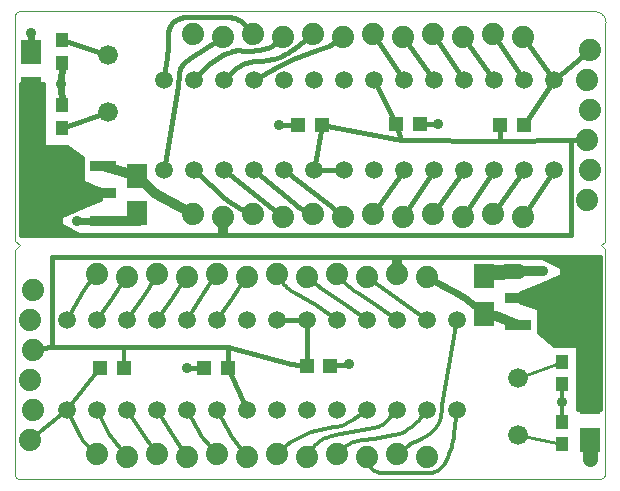
<source format=gtl>
G75*
G70*
%OFA0B0*%
%FSLAX24Y24*%
%IPPOS*%
%LPD*%
%AMOC8*
5,1,8,0,0,1.08239X$1,22.5*
%
%ADD10C,0.0000*%
%ADD11C,0.0591*%
%ADD12C,0.0660*%
%ADD13R,0.0906X0.0374*%
%ADD14R,0.0906X0.1280*%
%ADD15C,0.0740*%
%ADD16R,0.0394X0.0512*%
%ADD17R,0.0472X0.0472*%
%ADD18R,0.0709X0.0787*%
%ADD19C,0.0100*%
%ADD20C,0.0356*%
%ADD21C,0.0120*%
%ADD22C,0.0160*%
%ADD23C,0.0320*%
%ADD24C,0.0500*%
%ADD25C,0.0240*%
D10*
X002429Y003185D02*
X021676Y003185D01*
X021677Y003184D02*
X021706Y003181D01*
X021735Y003182D01*
X021764Y003186D01*
X021792Y003193D01*
X021820Y003204D01*
X021845Y003218D01*
X021869Y003235D01*
X021891Y003255D01*
X021910Y003278D01*
X021926Y003302D01*
X021939Y003328D01*
X021949Y003356D01*
X021956Y003385D01*
X021955Y003385D02*
X021953Y003385D01*
X021953Y010862D01*
X021795Y010980D01*
X021953Y011098D01*
X021955Y018380D01*
X021955Y018381D02*
X021957Y018416D01*
X021956Y018451D01*
X021951Y018486D01*
X021943Y018521D01*
X021931Y018554D01*
X021916Y018586D01*
X021899Y018617D01*
X021878Y018645D01*
X021854Y018672D01*
X021829Y018696D01*
X021800Y018717D01*
X021770Y018736D01*
X021739Y018751D01*
X021705Y018763D01*
X021671Y018772D01*
X021636Y018778D01*
X021637Y018777D02*
X002418Y018777D01*
X002397Y018776D01*
X002376Y018771D01*
X002356Y018764D01*
X002338Y018753D01*
X002321Y018740D01*
X002307Y018724D01*
X002295Y018707D01*
X002286Y018687D01*
X002280Y018667D01*
X002277Y018646D01*
X002268Y018568D01*
X002268Y011138D01*
X002425Y010980D01*
X002268Y010823D01*
X002268Y010626D01*
X002268Y003394D01*
X002266Y003370D01*
X002267Y003345D01*
X002272Y003321D01*
X002279Y003298D01*
X002290Y003276D01*
X002304Y003255D01*
X002320Y003237D01*
X002338Y003221D01*
X002359Y003207D01*
X002381Y003197D01*
X002404Y003189D01*
X002428Y003185D01*
D11*
X003995Y005485D03*
X004995Y005485D03*
X005995Y005485D03*
X006995Y005485D03*
X007995Y005485D03*
X008995Y005485D03*
X009995Y005485D03*
X010995Y005485D03*
X011995Y005485D03*
X012995Y005485D03*
X013995Y005485D03*
X014995Y005485D03*
X015995Y005485D03*
X016995Y005485D03*
X016995Y008485D03*
X015995Y008485D03*
X014995Y008485D03*
X013995Y008485D03*
X012995Y008485D03*
X011995Y008485D03*
X010995Y008485D03*
X009995Y008485D03*
X008995Y008485D03*
X007995Y008485D03*
X006995Y008485D03*
X005995Y008485D03*
X004995Y008485D03*
X003995Y008485D03*
X007224Y013496D03*
X008224Y013496D03*
X009224Y013496D03*
X010224Y013496D03*
X011224Y013496D03*
X012224Y013496D03*
X013224Y013496D03*
X014224Y013496D03*
X015224Y013496D03*
X016224Y013496D03*
X017224Y013496D03*
X018224Y013496D03*
X019224Y013496D03*
X020224Y013496D03*
X020224Y016496D03*
X019224Y016496D03*
X018224Y016496D03*
X017224Y016496D03*
X016224Y016496D03*
X015224Y016496D03*
X014224Y016496D03*
X013224Y016496D03*
X012224Y016496D03*
X011224Y016496D03*
X010224Y016496D03*
X009224Y016496D03*
X008224Y016496D03*
X007224Y016496D03*
D12*
X005378Y017334D03*
X005378Y015413D03*
X019053Y006567D03*
X019053Y004646D03*
D13*
X019050Y008321D03*
X019050Y009227D03*
X019050Y010132D03*
X005220Y011807D03*
X005220Y012712D03*
X005220Y013618D03*
D14*
X002898Y012712D03*
X021372Y009227D03*
D15*
X019197Y011914D03*
X018197Y012014D03*
X017197Y011914D03*
X016197Y012014D03*
X015197Y011914D03*
X014197Y012014D03*
X013197Y011914D03*
X012197Y012014D03*
X011197Y011914D03*
X010197Y012014D03*
X009197Y011914D03*
X008197Y012014D03*
X007995Y009935D03*
X006995Y010035D03*
X005995Y009935D03*
X004995Y010035D03*
X002881Y009485D03*
X002781Y008485D03*
X002881Y007485D03*
X002781Y006485D03*
X002881Y005485D03*
X002781Y004485D03*
X004995Y004035D03*
X005995Y003935D03*
X006995Y004035D03*
X007995Y003935D03*
X008995Y004035D03*
X009995Y003935D03*
X010995Y004035D03*
X011995Y003935D03*
X012995Y004035D03*
X013995Y003935D03*
X014995Y004035D03*
X015995Y003935D03*
X015995Y009935D03*
X014995Y010035D03*
X013995Y009935D03*
X012995Y010035D03*
X011995Y009935D03*
X010995Y010035D03*
X009995Y009935D03*
X008995Y010035D03*
X009197Y017938D03*
X010197Y018038D03*
X011197Y017938D03*
X012197Y018038D03*
X013197Y017938D03*
X014197Y018038D03*
X015197Y017938D03*
X016197Y018038D03*
X017197Y017938D03*
X018197Y018038D03*
X019197Y017938D03*
X021452Y017476D03*
X021352Y016476D03*
X021452Y015476D03*
X021352Y014476D03*
X021452Y013476D03*
X021352Y012476D03*
X008197Y018038D03*
D16*
X003843Y017811D03*
X003843Y017063D03*
X003843Y015646D03*
X003843Y014897D03*
X020500Y007102D03*
X020500Y006354D03*
X020500Y005094D03*
X020500Y004346D03*
D17*
X012783Y006943D03*
X011996Y006943D03*
X009358Y006889D03*
X008571Y006889D03*
X005894Y006886D03*
X005106Y006886D03*
X011717Y014996D03*
X012504Y014996D03*
X014984Y015035D03*
X015772Y015035D03*
X018449Y014996D03*
X019236Y014996D03*
D18*
X017902Y009958D03*
X017902Y008698D03*
X021446Y005756D03*
X021446Y004496D03*
X006341Y012043D03*
X006341Y013303D03*
X002819Y016177D03*
X002819Y017437D03*
D19*
X019053Y006567D02*
X020500Y007102D01*
X020500Y004346D02*
X019053Y004646D01*
D20*
X020500Y005744D03*
X021439Y003857D03*
X019870Y010114D03*
X016362Y015035D03*
X011087Y014996D03*
X004354Y011807D03*
X003803Y016374D03*
X002819Y018067D03*
X013395Y007022D03*
X008020Y006889D03*
D21*
X004395Y009185D02*
X004529Y009408D01*
X004674Y009625D01*
X004830Y009834D01*
X004995Y010035D01*
X005495Y009185D02*
X004995Y008485D01*
X004395Y009185D02*
X003995Y008485D01*
X005106Y006886D02*
X003995Y005485D01*
X004472Y004602D01*
X005395Y004685D02*
X004995Y005485D01*
X004472Y004603D02*
X004511Y004535D01*
X004553Y004470D01*
X004598Y004406D01*
X004647Y004345D01*
X004698Y004286D01*
X004752Y004230D01*
X004809Y004177D01*
X004869Y004127D01*
X004931Y004080D01*
X004995Y004036D01*
X005395Y004685D02*
X005995Y003935D01*
X006595Y004585D02*
X006995Y004035D01*
X006595Y004585D02*
X005995Y005485D01*
X006995Y005485D02*
X007495Y004685D01*
X007995Y003935D01*
X008495Y004585D02*
X008995Y004035D01*
X008495Y004585D02*
X007995Y005485D01*
X008995Y005485D02*
X009495Y004585D01*
X009995Y003935D01*
X012898Y004918D02*
X012965Y004926D01*
X013032Y004938D01*
X013099Y004954D01*
X013164Y004973D01*
X013228Y004995D01*
X013291Y005020D01*
X013353Y005049D01*
X013413Y005081D01*
X013471Y005116D01*
X013528Y005154D01*
X013528Y005153D02*
X013995Y005485D01*
X014236Y004879D02*
X014290Y004891D01*
X014344Y004908D01*
X014396Y004927D01*
X014446Y004951D01*
X014495Y004977D01*
X014542Y005007D01*
X014587Y005039D01*
X014630Y005075D01*
X014671Y005113D01*
X014708Y005154D01*
X014709Y005153D02*
X014995Y005485D01*
X015890Y004562D02*
X015944Y004589D01*
X015997Y004619D01*
X016048Y004651D01*
X016097Y004687D01*
X016144Y004725D01*
X016188Y004766D01*
X016231Y004810D01*
X016270Y004855D01*
X016307Y004904D01*
X016341Y004954D01*
X016371Y005006D01*
X016399Y005060D01*
X016424Y005115D01*
X016445Y005172D01*
X016463Y005230D01*
X016477Y005288D01*
X016489Y005348D01*
X016496Y005408D01*
X016500Y005468D01*
X016995Y005485D02*
X016913Y004681D01*
X016599Y003697D02*
X016574Y003657D01*
X016546Y003619D01*
X016516Y003583D01*
X016483Y003549D01*
X016447Y003519D01*
X016409Y003490D01*
X016370Y003465D01*
X016328Y003443D01*
X016285Y003424D01*
X016241Y003408D01*
X016195Y003396D01*
X016149Y003387D01*
X016102Y003382D01*
X016055Y003380D01*
X016008Y003382D01*
X014551Y003382D01*
X013881Y004485D02*
X013814Y004477D01*
X013747Y004466D01*
X013681Y004451D01*
X013615Y004433D01*
X013551Y004412D01*
X013487Y004388D01*
X013425Y004360D01*
X013365Y004329D01*
X013306Y004296D01*
X013249Y004259D01*
X013194Y004220D01*
X013140Y004177D01*
X013089Y004133D01*
X013041Y004085D01*
X012995Y004035D01*
X012937Y004642D02*
X012870Y004629D01*
X012804Y004613D01*
X012739Y004593D01*
X012675Y004569D01*
X012613Y004543D01*
X012552Y004513D01*
X012492Y004480D01*
X012435Y004443D01*
X012379Y004404D01*
X012326Y004362D01*
X012275Y004317D01*
X012227Y004269D01*
X012181Y004219D01*
X012138Y004166D01*
X012098Y004111D01*
X012060Y004054D01*
X012026Y003995D01*
X011995Y003935D01*
X013995Y003935D02*
X013997Y003889D01*
X014003Y003844D01*
X014013Y003799D01*
X014026Y003755D01*
X014043Y003713D01*
X014063Y003672D01*
X014086Y003632D01*
X014113Y003595D01*
X014143Y003560D01*
X014175Y003528D01*
X014210Y003499D01*
X014248Y003472D01*
X014287Y003449D01*
X014328Y003429D01*
X014371Y003412D01*
X014415Y003399D01*
X014460Y003390D01*
X014505Y003384D01*
X014551Y003382D01*
X016598Y003696D02*
X016653Y003798D01*
X016703Y003902D01*
X016748Y004009D01*
X016789Y004117D01*
X016824Y004227D01*
X016854Y004339D01*
X016879Y004452D01*
X016899Y004566D01*
X016913Y004681D01*
X015995Y005485D02*
X015772Y005193D01*
X016559Y006020D02*
X016995Y008485D01*
X015995Y008485D02*
X015295Y008985D01*
X014995Y008485D02*
X014295Y008985D01*
X013695Y009385D01*
X013295Y008985D02*
X012695Y009385D01*
X012295Y008985D02*
X011595Y009385D01*
X012295Y008985D02*
X012995Y008485D01*
X013295Y008985D02*
X013995Y008485D01*
X015771Y005193D02*
X015724Y005135D01*
X015675Y005079D01*
X015622Y005025D01*
X015567Y004975D01*
X015509Y004927D01*
X015449Y004882D01*
X015387Y004841D01*
X015323Y004802D01*
X015257Y004767D01*
X015189Y004735D01*
X015120Y004706D01*
X015050Y004681D01*
X014978Y004660D01*
X014905Y004642D01*
X012898Y004917D02*
X012747Y004898D01*
X012596Y004872D01*
X012447Y004838D01*
X012300Y004798D01*
X012155Y004751D01*
X012012Y004696D01*
X011873Y004636D01*
X011736Y004568D01*
X011602Y004494D01*
X011472Y004414D01*
X011347Y004328D01*
X011225Y004236D01*
X011108Y004138D01*
X010996Y004034D01*
X008995Y008485D02*
X009495Y009185D01*
X008495Y009285D02*
X007995Y008485D01*
X007495Y009185D02*
X006995Y008485D01*
X006495Y009185D02*
X005995Y008485D01*
X005894Y007585D02*
X005894Y006886D01*
X003995Y005485D02*
X002781Y004485D01*
X006495Y009185D02*
X006634Y009389D01*
X006764Y009599D01*
X006884Y009815D01*
X006995Y010035D01*
X010995Y010035D02*
X011029Y009968D01*
X011066Y009903D01*
X011106Y009840D01*
X011149Y009779D01*
X011196Y009720D01*
X011245Y009664D01*
X011297Y009610D01*
X011352Y009559D01*
X011409Y009511D01*
X011469Y009466D01*
X011531Y009424D01*
X011595Y009385D01*
X012995Y010035D02*
X013082Y009929D01*
X013173Y009827D01*
X013269Y009729D01*
X013370Y009636D01*
X013474Y009548D01*
X013583Y009464D01*
X013695Y009385D01*
X014906Y004642D02*
X014567Y004575D01*
X014226Y004523D01*
X013882Y004485D01*
X014995Y004035D02*
X015164Y004156D01*
X015339Y004270D01*
X015518Y004376D01*
X015702Y004473D01*
X015890Y004563D01*
X020500Y005094D02*
X020500Y005744D01*
X020500Y006354D01*
X016559Y006020D02*
X016531Y005837D01*
X016511Y005653D01*
X016500Y005468D01*
X008995Y010035D02*
X008740Y009664D01*
X008495Y009285D01*
X011995Y009935D02*
X012162Y009787D01*
X012334Y009646D01*
X012512Y009512D01*
X012695Y009385D01*
X009995Y009935D02*
X009751Y009556D01*
X009495Y009185D01*
X007995Y009935D02*
X007751Y009556D01*
X007495Y009185D01*
X005995Y009935D02*
X005751Y009556D01*
X005495Y009185D01*
X012937Y004642D02*
X014236Y004878D01*
X015296Y008986D02*
X013996Y009936D01*
D22*
X013370Y010585D02*
X015095Y010585D01*
X020653Y010585D01*
X020500Y010271D02*
X019850Y010585D01*
X021773Y010585D01*
X021773Y005519D01*
X021053Y005519D01*
X021053Y007664D01*
X020253Y007664D01*
X019755Y008089D01*
X019755Y008889D01*
X019153Y009085D01*
X019153Y009385D01*
X019653Y009585D01*
X020500Y009957D01*
X020500Y010271D01*
X020500Y010161D02*
X021773Y010161D01*
X021773Y010319D02*
X020401Y010319D01*
X020500Y010002D02*
X021773Y010002D01*
X021773Y009844D02*
X020243Y009844D01*
X019881Y009685D02*
X021773Y009685D01*
X021773Y009527D02*
X019507Y009527D01*
X019153Y009368D02*
X021773Y009368D01*
X021773Y009210D02*
X019153Y009210D01*
X019257Y009051D02*
X021773Y009051D01*
X021773Y008892D02*
X019744Y008892D01*
X019755Y008734D02*
X021773Y008734D01*
X021773Y008575D02*
X019755Y008575D01*
X019755Y008417D02*
X021773Y008417D01*
X021773Y008258D02*
X019755Y008258D01*
X019755Y008100D02*
X021773Y008100D01*
X021773Y007941D02*
X019928Y007941D01*
X020113Y007783D02*
X021773Y007783D01*
X021773Y007624D02*
X021053Y007624D01*
X021053Y007466D02*
X021773Y007466D01*
X021773Y007307D02*
X021053Y007307D01*
X021053Y007148D02*
X021773Y007148D01*
X021773Y006990D02*
X021053Y006990D01*
X021053Y006831D02*
X021773Y006831D01*
X021773Y006673D02*
X021053Y006673D01*
X021053Y006514D02*
X021773Y006514D01*
X021773Y006356D02*
X021053Y006356D01*
X021053Y006197D02*
X021773Y006197D01*
X021773Y006039D02*
X021053Y006039D01*
X021053Y005880D02*
X021773Y005880D01*
X021773Y005722D02*
X021053Y005722D01*
X021053Y005563D02*
X021773Y005563D01*
X021773Y010478D02*
X020072Y010478D01*
X020811Y011334D02*
X013370Y011334D01*
X009157Y011334D01*
X009197Y011531D01*
X009157Y011334D02*
X002898Y011334D01*
X002898Y012712D01*
X002468Y012697D02*
X005107Y012697D01*
X005107Y012836D02*
X005107Y012536D01*
X004607Y012336D01*
X003760Y011964D01*
X003760Y011649D01*
X004410Y011336D01*
X002468Y011336D01*
X002468Y016363D01*
X003207Y016363D01*
X003207Y014257D01*
X004007Y014257D01*
X004509Y013887D01*
X004505Y013091D01*
X005107Y012836D01*
X005060Y012856D02*
X002468Y012856D01*
X002468Y013015D02*
X004686Y013015D01*
X004505Y013173D02*
X002468Y013173D01*
X002468Y013332D02*
X004506Y013332D01*
X004507Y013490D02*
X002468Y013490D01*
X002468Y013649D02*
X004508Y013649D01*
X004508Y013807D02*
X002468Y013807D01*
X002468Y013966D02*
X004402Y013966D01*
X004187Y014124D02*
X002468Y014124D01*
X002468Y014283D02*
X003207Y014283D01*
X003207Y014441D02*
X002468Y014441D01*
X002468Y014600D02*
X003207Y014600D01*
X003207Y014759D02*
X002468Y014759D01*
X002468Y014917D02*
X003207Y014917D01*
X003207Y015076D02*
X002468Y015076D01*
X002468Y015234D02*
X003207Y015234D01*
X003207Y015393D02*
X002468Y015393D01*
X002468Y015551D02*
X003207Y015551D01*
X003207Y015710D02*
X002468Y015710D01*
X002468Y015868D02*
X003207Y015868D01*
X003207Y016027D02*
X002468Y016027D01*
X002468Y016185D02*
X003207Y016185D01*
X003207Y016344D02*
X002468Y016344D01*
X003843Y014897D02*
X005378Y015413D01*
X007701Y016295D02*
X007720Y016425D01*
X007734Y016557D01*
X007741Y016689D01*
X007701Y016295D02*
X007224Y013496D01*
X008224Y013496D02*
X008961Y012831D01*
X009224Y013496D02*
X011197Y011914D01*
X011598Y012358D02*
X010224Y013496D01*
X007937Y017083D02*
X008077Y017189D01*
X008220Y017290D01*
X008368Y017385D01*
X009197Y017938D01*
X009367Y018584D02*
X009418Y018585D01*
X009468Y018581D01*
X009518Y018574D01*
X009567Y018563D01*
X009616Y018548D01*
X009662Y018529D01*
X009708Y018507D01*
X009751Y018481D01*
X009792Y018452D01*
X009831Y018420D01*
X009867Y018384D01*
X009868Y018385D02*
X010197Y018038D01*
X010299Y017477D02*
X010368Y017484D01*
X010436Y017494D01*
X010504Y017509D01*
X010571Y017527D01*
X010636Y017548D01*
X010701Y017573D01*
X010764Y017601D01*
X010825Y017633D01*
X010885Y017668D01*
X010943Y017706D01*
X010998Y017747D01*
X011052Y017791D01*
X011103Y017837D01*
X011151Y017887D01*
X011197Y017938D01*
X011008Y016925D02*
X010224Y016496D01*
X010339Y017122D02*
X010272Y017120D01*
X010205Y017114D01*
X010139Y017104D01*
X010074Y017091D01*
X010009Y017073D01*
X009946Y017052D01*
X009884Y017027D01*
X009823Y016999D01*
X009764Y016967D01*
X009708Y016932D01*
X009653Y016893D01*
X009601Y016852D01*
X009551Y016807D01*
X009224Y016496D01*
X009472Y017437D02*
X009516Y017452D01*
X009562Y017463D01*
X009608Y017472D01*
X009654Y017476D01*
X009701Y017478D01*
X009748Y017476D01*
X009368Y018585D02*
X007968Y018585D01*
X007921Y018583D01*
X007874Y018578D01*
X007828Y018568D01*
X007783Y018556D01*
X007738Y018539D01*
X007696Y018520D01*
X007655Y018497D01*
X007615Y018470D01*
X007578Y018441D01*
X007544Y018409D01*
X007512Y018375D01*
X007483Y018338D01*
X007456Y018298D01*
X007433Y018257D01*
X007414Y018215D01*
X007397Y018170D01*
X007385Y018125D01*
X007375Y018079D01*
X007370Y018032D01*
X007368Y017985D01*
X008567Y016846D02*
X008224Y016496D01*
X007740Y016689D02*
X007743Y016730D01*
X007749Y016771D01*
X007759Y016811D01*
X007771Y016851D01*
X007787Y016889D01*
X007805Y016926D01*
X007826Y016961D01*
X007850Y016995D01*
X007877Y017027D01*
X007906Y017056D01*
X007937Y017083D01*
X008566Y016847D02*
X008653Y016931D01*
X008744Y017011D01*
X008838Y017087D01*
X008936Y017158D01*
X009038Y017224D01*
X009142Y017285D01*
X009250Y017341D01*
X009360Y017392D01*
X009472Y017437D01*
X010339Y017122D02*
X010436Y017124D01*
X010533Y017131D01*
X010629Y017142D01*
X010724Y017158D01*
X010819Y017178D01*
X010913Y017203D01*
X011005Y017232D01*
X011096Y017266D01*
X011185Y017304D01*
X011273Y017346D01*
X011358Y017392D01*
X011441Y017443D01*
X011521Y017497D01*
X011599Y017555D01*
X012346Y017476D02*
X012449Y017509D01*
X012551Y017546D01*
X012651Y017589D01*
X012749Y017636D01*
X012844Y017687D01*
X012936Y017744D01*
X013026Y017804D01*
X013113Y017869D01*
X013196Y017938D01*
X014197Y018038D02*
X015224Y016496D01*
X014224Y016496D02*
X014984Y015035D01*
X015142Y014484D01*
X012504Y014996D01*
X012224Y013496D01*
X013224Y013496D01*
X012197Y012014D02*
X012105Y012050D01*
X012014Y012091D01*
X011926Y012136D01*
X011840Y012186D01*
X011757Y012239D01*
X011676Y012297D01*
X011598Y012358D01*
X012661Y012397D02*
X011224Y013496D01*
X011087Y014996D02*
X011717Y014996D01*
X010197Y012014D02*
X010045Y012079D01*
X009895Y012151D01*
X009749Y012229D01*
X009607Y012314D01*
X009469Y012406D01*
X009335Y012503D01*
X009205Y012606D01*
X009080Y012716D01*
X008961Y012830D01*
X005107Y012539D02*
X002468Y012539D01*
X002468Y012380D02*
X004718Y012380D01*
X004347Y012222D02*
X002468Y012222D01*
X002468Y012063D02*
X003985Y012063D01*
X003760Y011905D02*
X002468Y011905D01*
X002468Y011746D02*
X003760Y011746D01*
X003888Y011588D02*
X002468Y011588D01*
X002468Y011429D02*
X004217Y011429D01*
X003495Y010585D02*
X013370Y010585D01*
X011008Y016925D02*
X011265Y017059D01*
X011528Y017181D01*
X011796Y017291D01*
X012069Y017390D01*
X012346Y017476D01*
X015197Y017938D02*
X016224Y016496D01*
X017224Y016496D02*
X016197Y018038D01*
X017197Y017938D02*
X018224Y016496D01*
X019224Y016496D02*
X018197Y018038D01*
X019197Y017938D02*
X020224Y016496D01*
X019236Y014996D01*
X018449Y014996D02*
X018450Y014463D01*
X015142Y014484D01*
X015772Y015035D02*
X016362Y015035D01*
X016224Y013496D02*
X015197Y011914D01*
X016197Y012014D02*
X017224Y013496D01*
X018224Y013496D02*
X017197Y011914D01*
X018197Y012014D02*
X019224Y013496D01*
X020224Y013496D02*
X019197Y011914D01*
X020811Y011334D02*
X020811Y014476D01*
X018450Y014463D01*
X020811Y014476D02*
X021352Y014476D01*
X020224Y016496D02*
X021452Y017476D01*
X015224Y013496D02*
X014197Y012014D01*
X015095Y010585D02*
X015074Y010579D01*
X015054Y010569D01*
X015036Y010557D01*
X015020Y010542D01*
X015006Y010524D01*
X014995Y010505D01*
X011995Y008485D02*
X011996Y006943D01*
X011484Y007022D01*
X009358Y007594D01*
X009358Y006889D01*
X009995Y005485D01*
X008571Y006889D02*
X008020Y006889D01*
X007875Y007585D02*
X009358Y007594D01*
X007875Y007585D02*
X005894Y007585D01*
X003495Y007585D01*
X003449Y007594D01*
X002881Y007485D01*
X003495Y007585D02*
X003495Y010585D01*
X002898Y011334D02*
X002740Y011334D01*
X005378Y017334D02*
X003843Y017811D01*
X007368Y017985D02*
X007359Y017611D01*
X007332Y017237D01*
X007287Y016865D01*
X007225Y016496D01*
X009748Y017476D02*
X009886Y017469D01*
X010024Y017466D01*
X010162Y017469D01*
X010300Y017476D01*
X012661Y012398D02*
X012802Y012285D01*
X012939Y012167D01*
X013070Y012043D01*
X013197Y011914D01*
X011995Y008485D02*
X010995Y008485D01*
X012783Y006943D02*
X013395Y007022D01*
X011599Y017554D02*
X012197Y018037D01*
D23*
X006968Y012685D02*
X006341Y013303D01*
X005220Y013618D01*
X006968Y012685D02*
X008197Y012014D01*
X009197Y011914D02*
X009197Y011531D01*
X009197Y011413D01*
X006402Y011807D02*
X005220Y011807D01*
X014995Y010505D02*
X014995Y010035D01*
X017902Y008698D02*
X018295Y008618D01*
X019050Y008321D01*
X019050Y010132D02*
X019870Y010114D01*
D24*
X019050Y010132D02*
X018093Y010093D01*
X017902Y009958D01*
X021446Y004496D02*
X021439Y004471D01*
X021439Y003857D01*
D25*
X017902Y008698D02*
X017756Y008839D01*
X017604Y008972D01*
X017445Y009099D01*
X017281Y009217D01*
X017111Y009328D01*
X016935Y009430D01*
X016756Y009523D01*
X015995Y009935D01*
X006402Y011807D02*
X006341Y012043D01*
X005220Y011807D02*
X004354Y011807D01*
X003843Y015646D02*
X003803Y016374D01*
X003843Y017063D01*
X002819Y017437D02*
X002819Y018067D01*
M02*

</source>
